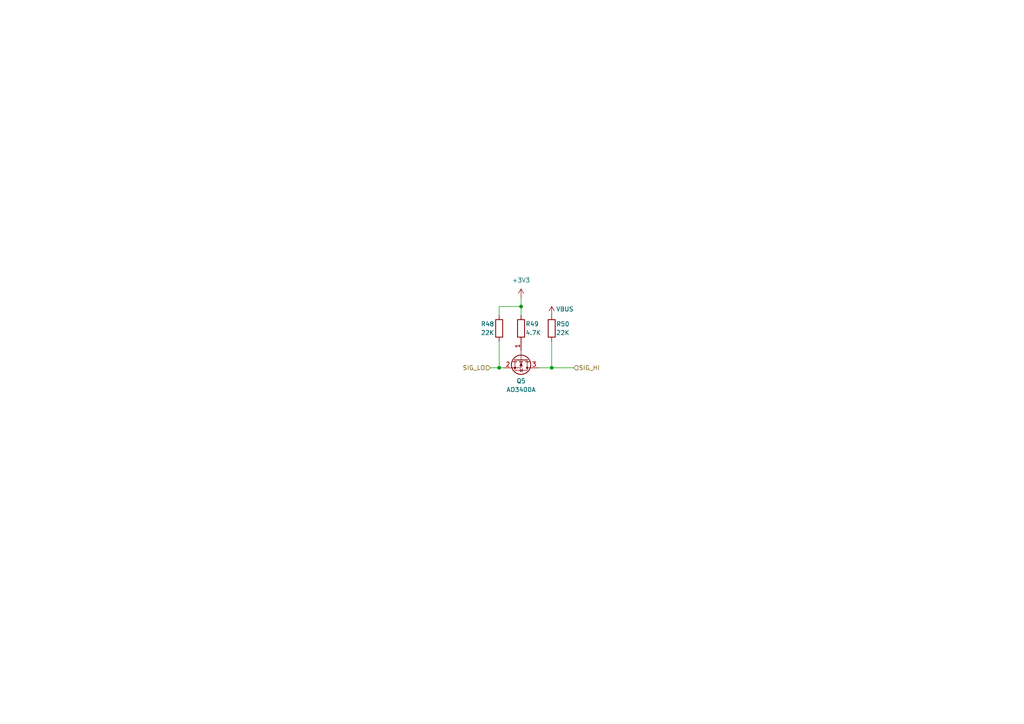
<source format=kicad_sch>
(kicad_sch (version 20250114) (generator "eeschema") (generator_version "9.0")
  (paper "A4")
  (title_block (title "${NAME} ${MODEL}") (date "2025-07-03") (rev "${VERSION}") (company "Mikhail Matveev") (comment 1 "https://github.com/rh1tech/echo"))
  (lib_symbols
    (symbol "Device:R" (pin_numbers (hide yes)) (pin_names (offset 0))
      (property "Reference" "R" (at 2.032 0 90))
      (property "Value" "R" (at 0 0 90))
      (symbol "R_0_1"
        (rectangle (start -1.016 -2.54) (end 1.016 2.54) (stroke (width 0.254)))
      )
      (symbol "R_1_1"
        (pin passive line (at 0 3.81 270) (length 1.27) (name "~") (number "1"))
        (pin passive line (at 0 -3.81 90) (length 1.27) (name "~") (number "2"))
      )
    )
    (symbol "Transistor_FET:AO3400A" (pin_names (hide yes))
      (property "Reference" "Q" (at 5.08 1.905 0))
      (property "Value" "AO3400A" (at 5.08 0 0))
      (symbol "AO3400A_0_1"
        (polyline (pts (xy 0.254 1.905) (xy 0.254 -1.905)) (stroke (width 0.254)))
        (polyline (pts (xy 0.254 0) (xy -2.54 0)))
        (polyline (pts (xy 0.762 2.286) (xy 0.762 1.27)) (stroke (width 0.254)))
        (polyline (pts (xy 0.762 0.508) (xy 0.762 -0.508)) (stroke (width 0.254)))
        (polyline (pts (xy 0.762 -1.27) (xy 0.762 -2.286)) (stroke (width 0.254)))
        (polyline (pts (xy 0.762 -1.778) (xy 3.302 -1.778) (xy 3.302 1.778) (xy 0.762 1.778)))
        (polyline (pts (xy 1.016 0) (xy 2.032 0.381) (xy 2.032 -0.381) (xy 1.016 0)) (fill (type outline)))
        (circle (center 1.651 0) (radius 2.794) (stroke (width 0.254)))
        (polyline (pts (xy 2.54 2.54) (xy 2.54 1.778)))
        (circle (center 2.54 1.778) (radius 0.254) (fill (type outline)))
        (circle (center 2.54 -1.778) (radius 0.254) (fill (type outline)))
        (polyline (pts (xy 2.54 -2.54) (xy 2.54 0) (xy 0.762 0)))
        (polyline (pts (xy 2.794 0.508) (xy 2.921 0.381) (xy 3.683 0.381) (xy 3.81 0.254)))
        (polyline (pts (xy 3.302 0.381) (xy 2.921 -0.254) (xy 3.683 -0.254) (xy 3.302 0.381)))
      )
      (symbol "AO3400A_1_1"
        (pin input line (at -5.08 0 0) (length 2.54) (name "G") (number "1"))
        (pin passive line (at 2.54 5.08 270) (length 2.54) (name "D") (number "3"))
        (pin passive line (at 2.54 -5.08 90) (length 2.54) (name "S") (number "2"))
      )
    )
    (symbol "power:+3V3" (power) (pin_numbers (hide yes)) (pin_names (offset 0) (hide yes))
      (property "Value" "+3V3" (at 0 3.556 0))
      (symbol "+3V3_0_1"
        (polyline (pts (xy -0.762 1.27) (xy 0 2.54)))
        (polyline (pts (xy 0 2.54) (xy 0.762 1.27)))
        (polyline (pts (xy 0 0) (xy 0 2.54)))
      )
      (symbol "+3V3_1_1"
        (pin power_in line (at 0 0 90) (length 0) (name "~") (number "1"))
      )
    )
    (symbol "power:VBUS" (power) (pin_numbers (hide yes)) (pin_names (offset 0) (hide yes))
      (property "Value" "VBUS" (at 0 3.556 0))
      (symbol "VBUS_0_1"
        (polyline (pts (xy -0.762 1.27) (xy 0 2.54)))
        (polyline (pts (xy 0 2.54) (xy 0.762 1.27)))
        (polyline (pts (xy 0 0) (xy 0 2.54)))
      )
      (symbol "VBUS_1_1"
        (pin power_in line (at 0 0 90) (length 0) (name "~") (number "1"))
      )
    )
  )
  (junction (at 160.02 106.68))
  (junction (at 144.78 106.68))
  (junction (at 151.13 88.9))
  (wire (pts (xy 160.02 99.06) (xy 160.02 106.68)))
  (wire (pts (xy 144.78 106.68) (xy 146.05 106.68)))
  (wire (pts (xy 151.13 88.9) (xy 151.13 91.44)))
  (wire (pts (xy 160.02 106.68) (xy 166.37 106.68)))
  (wire (pts (xy 144.78 99.06) (xy 144.78 106.68)))
  (wire (pts (xy 142.24 106.68) (xy 144.78 106.68)))
  (wire (pts (xy 151.13 86.36) (xy 151.13 88.9)))
  (wire (pts (xy 156.21 106.68) (xy 160.02 106.68)))
  (wire (pts (xy 144.78 88.9) (xy 151.13 88.9)))
  (wire (pts (xy 144.78 91.44) (xy 144.78 88.9)))
  (hierarchical_label "SIG_LO" (shape input) (at 142.24 106.68 180))
  (hierarchical_label "SIG_HI" (shape input) (at 166.37 106.68 0))
  (symbol (lib_id "Device:R") (at 160.02 95.25 0) (unit 1)
    (property "Reference" "R35" (at 161.29 93.98 0) (effects (justify left)))
    (property "Value" "22K" (at 161.29 96.52 0) (effects (justify left)))
    (property "Footprint" "FRANK:Resistor (0402)" (effects (hide yes)))
    (property "Datasheet" "https://www.vishay.com/docs/28952/mcs0402at-mct0603at-mcu0805at-mca1206at.pdf" (effects (hide yes)))
    (property "AliExpress" "https://www.aliexpress.com/item/1005005945735199.html" (effects (hide yes)))
    (instances (project "echo" (path "" (reference "R50") (unit 1)) (path "" (reference "R35") (unit 1)) (path "" (reference "R38") (unit 1)) (path "" (reference "R53") (unit 1))))
  )
  (symbol (lib_id "power:VBUS") (at 160.02 91.44 0) (unit 1)
    (property "Reference" "#PWR084" (effects (hide yes)))
    (property "Value" "VBUS" (at 163.83 89.662 0))
    (property "Description" "Power symbol creates a global label with name \"VBUS\"" (effects (hide yes)))
    (instances (project "echo" (path "" (reference "#PWR0107") (unit 1)) (path "" (reference "#PWR084") (unit 1)) (path "" (reference "#PWR086") (unit 1)) (path "" (reference "#PWR0109") (unit 1))))
  )
  (symbol (lib_id "Device:R") (at 144.78 95.25 0) (unit 1)
    (property "Reference" "R33" (at 139.446 93.98 0) (effects (justify left)))
    (property "Value" "22K" (at 139.446 96.52 0) (effects (justify left)))
    (property "Footprint" "FRANK:Resistor (0402)" (effects (hide yes)))
    (property "Datasheet" "https://www.vishay.com/docs/28952/mcs0402at-mct0603at-mcu0805at-mca1206at.pdf" (effects (hide yes)))
    (property "AliExpress" "https://www.aliexpress.com/item/1005005945735199.html" (effects (hide yes)))
    (instances (project "echo" (path "" (reference "R48") (unit 1)) (path "" (reference "R33") (unit 1)) (path "" (reference "R36") (unit 1)) (path "" (reference "R51") (unit 1))))
  )
  (symbol (lib_id "Transistor_FET:AO3400A") (at 151.13 104.14 270) (unit 1)
    (property "Reference" "Q3" (at 151.13 110.49 90))
    (property "Value" "AO3400A" (at 151.13 113.03 90))
    (property "Footprint" "FRANK:SOT-23" (effects (hide yes)))
    (property "Datasheet" "http://www.aosmd.com/pdfs/datasheet/AO3400A.pdf" (effects (hide yes)))
    (property "Description" "30V Vds, 5.7A Id, N-Channel MOSFET, SOT-23" (effects (hide yes)))
    (instances (project "echo" (path "" (reference "Q5") (unit 1)) (path "" (reference "Q3") (unit 1)) (path "" (reference "Q4") (unit 1)) (path "" (reference "Q6") (unit 1))))
  )
  (symbol (lib_id "Device:R") (at 151.13 95.25 0) (unit 1)
    (property "Reference" "R34" (at 152.4 93.98 0) (effects (justify left)))
    (property "Value" "4.7K" (at 152.4 96.52 0) (effects (justify left)))
    (property "Footprint" "FRANK:Resistor (0402)" (effects (hide yes)))
    (property "Datasheet" "https://www.vishay.com/docs/28952/mcs0402at-mct0603at-mcu0805at-mca1206at.pdf" (effects (hide yes)))
    (property "AliExpress" "https://www.aliexpress.com/item/1005005945735199.html" (effects (hide yes)))
    (instances (project "echo" (path "" (reference "R49") (unit 1)) (path "" (reference "R34") (unit 1)) (path "" (reference "R37") (unit 1)) (path "" (reference "R52") (unit 1))))
  )
  (symbol (lib_id "power:+3V3") (at 151.13 86.36 0) (unit 1)
    (property "Reference" "#PWR083" (effects (hide yes)))
    (property "Value" "+3V3" (at 151.13 81.28 0))
    (property "Description" "Power symbol creates a global label with name \"+3V3\"" (effects (hide yes)))
    (instances (project "echo" (path "" (reference "#PWR0106") (unit 1)) (path "" (reference "#PWR083") (unit 1)) (path "" (reference "#PWR085") (unit 1)) (path "" (reference "#PWR0108") (unit 1))))
  )
)
</source>
